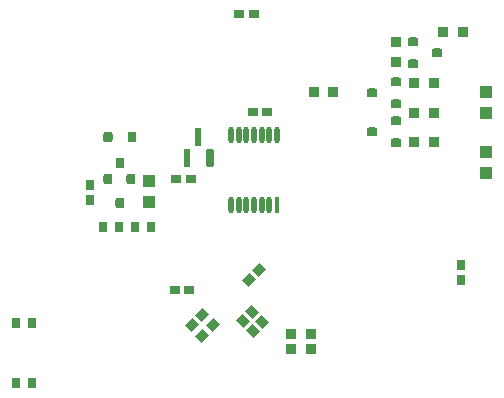
<source format=gbp>
G04 Layer_Color=128*
%FSLAX25Y25*%
%MOIN*%
G70*
G01*
G75*
%ADD14R,0.03500X0.03500*%
%ADD15R,0.03150X0.03347*%
%ADD37R,0.03347X0.03150*%
%ADD46R,0.02953X0.03543*%
%ADD47R,0.03500X0.03500*%
%ADD82R,0.02362X0.06299*%
G04:AMPARAMS|DCode=83|XSize=23.62mil|YSize=62.99mil|CornerRadius=5.91mil|HoleSize=0mil|Usage=FLASHONLY|Rotation=0.000|XOffset=0mil|YOffset=0mil|HoleType=Round|Shape=RoundedRectangle|*
%AMROUNDEDRECTD83*
21,1,0.02362,0.05118,0,0,0.0*
21,1,0.01181,0.06299,0,0,0.0*
1,1,0.01181,0.00591,-0.02559*
1,1,0.01181,-0.00591,-0.02559*
1,1,0.01181,-0.00591,0.02559*
1,1,0.01181,0.00591,0.02559*
%
%ADD83ROUNDEDRECTD83*%
G04:AMPARAMS|DCode=84|XSize=31.5mil|YSize=35.43mil|CornerRadius=7.87mil|HoleSize=0mil|Usage=FLASHONLY|Rotation=180.000|XOffset=0mil|YOffset=0mil|HoleType=Round|Shape=RoundedRectangle|*
%AMROUNDEDRECTD84*
21,1,0.03150,0.01969,0,0,180.0*
21,1,0.01575,0.03543,0,0,180.0*
1,1,0.01575,-0.00787,0.00984*
1,1,0.01575,0.00787,0.00984*
1,1,0.01575,0.00787,-0.00984*
1,1,0.01575,-0.00787,-0.00984*
%
%ADD84ROUNDEDRECTD84*%
%ADD85R,0.03150X0.03543*%
G04:AMPARAMS|DCode=86|XSize=30mil|YSize=35mil|CornerRadius=7.5mil|HoleSize=0mil|Usage=FLASHONLY|Rotation=0.000|XOffset=0mil|YOffset=0mil|HoleType=Round|Shape=RoundedRectangle|*
%AMROUNDEDRECTD86*
21,1,0.03000,0.02000,0,0,0.0*
21,1,0.01500,0.03500,0,0,0.0*
1,1,0.01500,0.00750,-0.01000*
1,1,0.01500,-0.00750,-0.01000*
1,1,0.01500,-0.00750,0.01000*
1,1,0.01500,0.00750,0.01000*
%
%ADD86ROUNDEDRECTD86*%
%ADD87R,0.04000X0.04000*%
G04:AMPARAMS|DCode=88|XSize=30mil|YSize=35mil|CornerRadius=7.5mil|HoleSize=0mil|Usage=FLASHONLY|Rotation=270.000|XOffset=0mil|YOffset=0mil|HoleType=Round|Shape=RoundedRectangle|*
%AMROUNDEDRECTD88*
21,1,0.03000,0.02000,0,0,270.0*
21,1,0.01500,0.03500,0,0,270.0*
1,1,0.01500,-0.01000,-0.00750*
1,1,0.01500,-0.01000,0.00750*
1,1,0.01500,0.01000,0.00750*
1,1,0.01500,0.01000,-0.00750*
%
%ADD88ROUNDEDRECTD88*%
G04:AMPARAMS|DCode=89|XSize=31.5mil|YSize=33.47mil|CornerRadius=0mil|HoleSize=0mil|Usage=FLASHONLY|Rotation=45.000|XOffset=0mil|YOffset=0mil|HoleType=Round|Shape=Rectangle|*
%AMROTATEDRECTD89*
4,1,4,0.00070,-0.02297,-0.02297,0.00070,-0.00070,0.02297,0.02297,-0.00070,0.00070,-0.02297,0.0*
%
%ADD89ROTATEDRECTD89*%

G04:AMPARAMS|DCode=90|XSize=31.5mil|YSize=33.47mil|CornerRadius=0mil|HoleSize=0mil|Usage=FLASHONLY|Rotation=135.000|XOffset=0mil|YOffset=0mil|HoleType=Round|Shape=Rectangle|*
%AMROTATEDRECTD90*
4,1,4,0.02297,0.00070,-0.00070,-0.02297,-0.02297,-0.00070,0.00070,0.02297,0.02297,0.00070,0.0*
%
%ADD90ROTATEDRECTD90*%

%ADD91O,0.01772X0.05512*%
%ADD92R,0.01772X0.05512*%
D14*
X80900Y87000D02*
D03*
X87500D02*
D03*
X130600Y107000D02*
D03*
X124000D02*
D03*
X114400Y90000D02*
D03*
X121000D02*
D03*
X114400Y80000D02*
D03*
X121000D02*
D03*
X114400Y70500D02*
D03*
X121000D02*
D03*
X73400Y1500D02*
D03*
X80000D02*
D03*
X73400Y6500D02*
D03*
X80000D02*
D03*
D15*
X6500Y51039D02*
D03*
Y55961D02*
D03*
X130000Y29461D02*
D03*
Y24540D02*
D03*
D37*
X60961Y113000D02*
D03*
X56040D02*
D03*
X35039Y58000D02*
D03*
X39961D02*
D03*
X34539Y21000D02*
D03*
X39461D02*
D03*
X60539Y80500D02*
D03*
X65461D02*
D03*
D46*
X16157Y42000D02*
D03*
X10843D02*
D03*
X26657D02*
D03*
X21343D02*
D03*
X-12843Y-10000D02*
D03*
X-18158D02*
D03*
X-18157Y10000D02*
D03*
X-12843D02*
D03*
D47*
X108500Y103600D02*
D03*
Y97000D02*
D03*
D82*
X42500Y72043D02*
D03*
X38760Y64957D02*
D03*
D83*
X46240D02*
D03*
D84*
X12500Y72000D02*
D03*
D85*
X20374D02*
D03*
X16437Y63339D02*
D03*
D86*
X12500Y58000D02*
D03*
X16200Y50000D02*
D03*
X19900Y58000D02*
D03*
D87*
X138500Y60000D02*
D03*
Y67000D02*
D03*
Y80000D02*
D03*
Y87000D02*
D03*
X26000Y50500D02*
D03*
Y57500D02*
D03*
D88*
X108500Y83100D02*
D03*
Y90500D02*
D03*
X100500Y86800D02*
D03*
X108500Y70100D02*
D03*
Y77500D02*
D03*
X100500Y73800D02*
D03*
X122000Y100200D02*
D03*
X114000Y103900D02*
D03*
Y96500D02*
D03*
D89*
X60740Y7260D02*
D03*
X57260Y10740D02*
D03*
X63740Y10260D02*
D03*
X60260Y13740D02*
D03*
D90*
X43740Y12740D02*
D03*
X40260Y9260D02*
D03*
X62740Y27740D02*
D03*
X59260Y24260D02*
D03*
X43760Y5760D02*
D03*
X47240Y9240D02*
D03*
D91*
X53323Y72662D02*
D03*
X55882D02*
D03*
X58441D02*
D03*
X61000D02*
D03*
X63559D02*
D03*
X66118D02*
D03*
X68677D02*
D03*
X53323Y49433D02*
D03*
X55882D02*
D03*
X58441D02*
D03*
X61000D02*
D03*
X63559D02*
D03*
X66118D02*
D03*
D92*
X68677D02*
D03*
M02*

</source>
